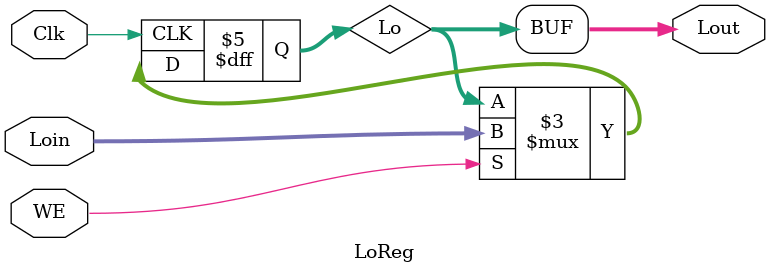
<source format=v>
module LoReg(Clk,WE,Loin,Lout);

input Clk;
input WE;
input [31:0] Loin;
output [31:0] Lout;

reg [31:0] Lo;

//初始化
initial begin
	Lo<=32'd0;
end

//取数
assign Lout=Lo;

//存数
always@(posedge Clk) begin
	if(WE) begin
		Lo<=Loin;
	end
end

endmodule
</source>
